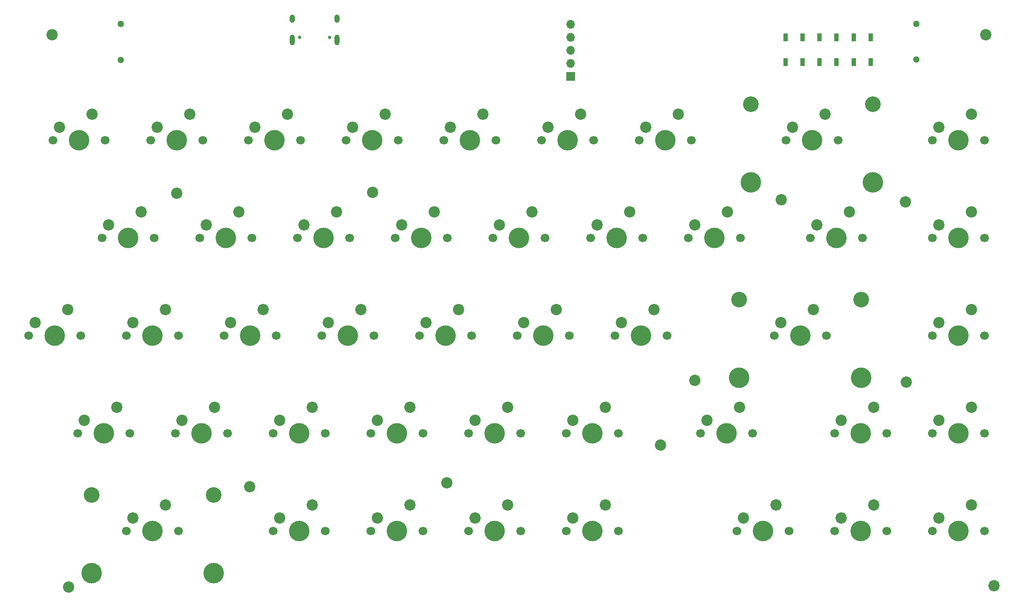
<source format=gbr>
%TF.GenerationSoftware,KiCad,Pcbnew,7.0.9*%
%TF.CreationDate,2024-01-14T20:09:13+01:00*%
%TF.ProjectId,right_pcb,72696768-745f-4706-9362-2e6b69636164,rev?*%
%TF.SameCoordinates,Original*%
%TF.FileFunction,Soldermask,Top*%
%TF.FilePolarity,Negative*%
%FSLAX46Y46*%
G04 Gerber Fmt 4.6, Leading zero omitted, Abs format (unit mm)*
G04 Created by KiCad (PCBNEW 7.0.9) date 2024-01-14 20:09:13*
%MOMM*%
%LPD*%
G01*
G04 APERTURE LIST*
%ADD10R,0.900000X1.500000*%
%ADD11C,1.700000*%
%ADD12C,4.000000*%
%ADD13C,2.200000*%
%ADD14C,3.050000*%
%ADD15R,1.700000X1.700000*%
%ADD16O,1.700000X1.700000*%
%ADD17C,1.300000*%
%ADD18C,0.650000*%
%ADD19O,1.000000X1.600000*%
%ADD20O,1.000000X2.100000*%
G04 APERTURE END LIST*
D10*
%TO.C,LED3*%
X204012800Y-50444400D03*
X207312800Y-50444400D03*
X207312800Y-45544400D03*
X204012800Y-45544400D03*
%TD*%
D11*
%TO.C,SW49*%
X100342500Y-103760000D03*
D12*
X105422500Y-103760000D03*
D11*
X110502500Y-103760000D03*
D13*
X107962500Y-98680000D03*
X101612500Y-101220000D03*
%TD*%
D11*
%TO.C,SW48*%
X114630000Y-84710000D03*
D12*
X119710000Y-84710000D03*
D11*
X124790000Y-84710000D03*
D13*
X122250000Y-79630000D03*
X115900000Y-82170000D03*
%TD*%
D11*
%TO.C,SW55*%
X128917500Y-122810000D03*
D12*
X133997500Y-122810000D03*
D11*
X139077500Y-122810000D03*
D13*
X136537500Y-117730000D03*
X130187500Y-120270000D03*
%TD*%
%TO.C,REF\u002A\u002A*%
X124700000Y-132450000D03*
%TD*%
D11*
%TO.C,SW70*%
X200355000Y-122810000D03*
D12*
X205435000Y-122810000D03*
D11*
X210515000Y-122810000D03*
D13*
X207975000Y-117730000D03*
X201625000Y-120270000D03*
%TD*%
D11*
%TO.C,SW75*%
X219405000Y-122810000D03*
D12*
X224485000Y-122810000D03*
D11*
X229565000Y-122810000D03*
D13*
X227025000Y-117730000D03*
X220675000Y-120270000D03*
%TD*%
D11*
%TO.C,SW54*%
X119392500Y-103760000D03*
D12*
X124472500Y-103760000D03*
D11*
X129552500Y-103760000D03*
D13*
X127012500Y-98680000D03*
X120662500Y-101220000D03*
%TD*%
%TO.C,REF\u002A\u002A*%
X214300000Y-112800000D03*
%TD*%
D11*
%TO.C,SW39*%
X76530000Y-84710000D03*
D12*
X81610000Y-84710000D03*
D11*
X86690000Y-84710000D03*
D13*
X84150000Y-79630000D03*
X77800000Y-82170000D03*
%TD*%
%TO.C,REF\u002A\u002A*%
X47750000Y-45050000D03*
%TD*%
D11*
%TO.C,SW57*%
X143205000Y-65660000D03*
D12*
X148285000Y-65660000D03*
D11*
X153365000Y-65660000D03*
D13*
X150825000Y-60580000D03*
X144475000Y-63120000D03*
%TD*%
D11*
%TO.C,SW74*%
X219405000Y-103760000D03*
D12*
X224485000Y-103760000D03*
D11*
X229565000Y-103760000D03*
D13*
X227025000Y-98680000D03*
X220675000Y-101220000D03*
%TD*%
D11*
%TO.C,SW76*%
X219405000Y-141860000D03*
D12*
X224485000Y-141860000D03*
D11*
X229565000Y-141860000D03*
D13*
X227025000Y-136780000D03*
X220675000Y-139320000D03*
%TD*%
D11*
%TO.C,SW47*%
X105105000Y-65660000D03*
D12*
X110185000Y-65660000D03*
D11*
X115265000Y-65660000D03*
D13*
X112725000Y-60580000D03*
X106375000Y-63120000D03*
%TD*%
D11*
%TO.C,SW62*%
X162255000Y-65660000D03*
D12*
X167335000Y-65660000D03*
D11*
X172415000Y-65660000D03*
D13*
X169875000Y-60580000D03*
X163525000Y-63120000D03*
%TD*%
D11*
%TO.C,SW66*%
X181305000Y-141860000D03*
D12*
X186385000Y-141860000D03*
D11*
X191465000Y-141860000D03*
D13*
X188925000Y-136780000D03*
X182575000Y-139320000D03*
%TD*%
D10*
%TO.C,LED1*%
X190772800Y-50444400D03*
X194072800Y-50444400D03*
X194072800Y-45544400D03*
X190772800Y-45544400D03*
%TD*%
D11*
%TO.C,SW33*%
X47955000Y-65660000D03*
D12*
X53035000Y-65660000D03*
D11*
X58115000Y-65660000D03*
D13*
X55575000Y-60580000D03*
X49225000Y-63120000D03*
%TD*%
D11*
%TO.C,SW50*%
X109867500Y-122810000D03*
D12*
X114947500Y-122810000D03*
D11*
X120027500Y-122810000D03*
D13*
X117487500Y-117730000D03*
X111137500Y-120270000D03*
%TD*%
D11*
%TO.C,SW35*%
X43192500Y-103760000D03*
D12*
X48272500Y-103760000D03*
D11*
X53352500Y-103760000D03*
D13*
X50812500Y-98680000D03*
X44462500Y-101220000D03*
%TD*%
%TO.C,REF\u002A\u002A*%
X166350000Y-125100000D03*
%TD*%
%TO.C,REF\u002A\u002A*%
X86300000Y-133200000D03*
%TD*%
D11*
%TO.C,SW45*%
X90817500Y-122810000D03*
D12*
X95897500Y-122810000D03*
D11*
X100977500Y-122810000D03*
D13*
X98437500Y-117730000D03*
X92087500Y-120270000D03*
%TD*%
D11*
%TO.C,SW73*%
X219405000Y-84710000D03*
D12*
X224485000Y-84710000D03*
D11*
X229565000Y-84710000D03*
D13*
X227025000Y-79630000D03*
X220675000Y-82170000D03*
%TD*%
D11*
%TO.C,SW59*%
X138442500Y-103760000D03*
D12*
X143522500Y-103760000D03*
D11*
X148602500Y-103760000D03*
D13*
X146062500Y-98680000D03*
X139712500Y-101220000D03*
%TD*%
D11*
%TO.C,SW42*%
X86055000Y-65660000D03*
D12*
X91135000Y-65660000D03*
D11*
X96215000Y-65660000D03*
D13*
X93675000Y-60580000D03*
X87325000Y-63120000D03*
%TD*%
D14*
%TO.C,SW69*%
X181703099Y-96760000D03*
D12*
X181703099Y-112000000D03*
D11*
X188523099Y-103760000D03*
D12*
X193603099Y-103760000D03*
D11*
X198683099Y-103760000D03*
D14*
X205503099Y-96760000D03*
D12*
X205503099Y-112000000D03*
D13*
X196143099Y-98680000D03*
X189793099Y-101220000D03*
%TD*%
D11*
%TO.C,SW34*%
X57480000Y-84710000D03*
D12*
X62560000Y-84710000D03*
D11*
X67640000Y-84710000D03*
D13*
X65100000Y-79630000D03*
X58750000Y-82170000D03*
%TD*%
D11*
%TO.C,SW63*%
X171780000Y-84710000D03*
D12*
X176860000Y-84710000D03*
D11*
X181940000Y-84710000D03*
D13*
X179400000Y-79630000D03*
X173050000Y-82170000D03*
%TD*%
D11*
%TO.C,SW58*%
X152730000Y-84710000D03*
D12*
X157810000Y-84710000D03*
D11*
X162890000Y-84710000D03*
D13*
X160350000Y-79630000D03*
X154000000Y-82170000D03*
%TD*%
%TO.C,REF\u002A\u002A*%
X189900000Y-77250000D03*
%TD*%
D11*
%TO.C,SW61*%
X147967500Y-141860000D03*
D12*
X153047500Y-141860000D03*
D11*
X158127500Y-141860000D03*
D13*
X155587500Y-136780000D03*
X149237500Y-139320000D03*
%TD*%
D11*
%TO.C,SW41*%
X71767500Y-122810000D03*
D12*
X76847500Y-122810000D03*
D11*
X81927500Y-122810000D03*
D13*
X79387500Y-117730000D03*
X73037500Y-120270000D03*
%TD*%
D11*
%TO.C,SW43*%
X95580000Y-84710000D03*
D12*
X100660000Y-84710000D03*
D11*
X105740000Y-84710000D03*
D13*
X103200000Y-79630000D03*
X96850000Y-82170000D03*
%TD*%
D15*
%TO.C,J2*%
X148822175Y-53176000D03*
D16*
X148822175Y-50636000D03*
X148822175Y-48096000D03*
X148822175Y-45556000D03*
X148822175Y-43016000D03*
%TD*%
D11*
%TO.C,SW51*%
X109867500Y-141860000D03*
D12*
X114947500Y-141860000D03*
D11*
X120027500Y-141860000D03*
D13*
X117487500Y-136780000D03*
X111137500Y-139320000D03*
%TD*%
%TO.C,REF\u002A\u002A*%
X231400000Y-152550000D03*
%TD*%
D11*
%TO.C,SW64*%
X157492500Y-103760000D03*
D12*
X162572500Y-103760000D03*
D11*
X167652500Y-103760000D03*
D13*
X165112500Y-98680000D03*
X158762500Y-101220000D03*
%TD*%
D14*
%TO.C,SW67*%
X184010000Y-58660000D03*
D12*
X184010000Y-73900000D03*
D11*
X190830000Y-65660000D03*
D12*
X195910000Y-65660000D03*
D11*
X200990000Y-65660000D03*
D14*
X207810000Y-58660000D03*
D12*
X207810000Y-73900000D03*
D13*
X198450000Y-60580000D03*
X192100000Y-63120000D03*
%TD*%
D11*
%TO.C,SW38*%
X67005000Y-65660000D03*
D12*
X72085000Y-65660000D03*
D11*
X77165000Y-65660000D03*
D13*
X74625000Y-60580000D03*
X68275000Y-63120000D03*
%TD*%
%TO.C,REF\u002A\u002A*%
X50950000Y-152750000D03*
%TD*%
D11*
%TO.C,SW60*%
X147967500Y-122810000D03*
D12*
X153047500Y-122810000D03*
D11*
X158127500Y-122810000D03*
D13*
X155587500Y-117730000D03*
X149237500Y-120270000D03*
%TD*%
D14*
%TO.C,SW37*%
X55422500Y-134860000D03*
D12*
X55422500Y-150100000D03*
D11*
X62242500Y-141860000D03*
D12*
X67322500Y-141860000D03*
D11*
X72402500Y-141860000D03*
D14*
X79222500Y-134860000D03*
D12*
X79222500Y-150100000D03*
D13*
X69862500Y-136780000D03*
X63512500Y-139320000D03*
%TD*%
D11*
%TO.C,SW44*%
X81292500Y-103760000D03*
D12*
X86372500Y-103760000D03*
D11*
X91452500Y-103760000D03*
D13*
X88912500Y-98680000D03*
X82562500Y-101220000D03*
%TD*%
D11*
%TO.C,SW36*%
X52717500Y-122810000D03*
D12*
X57797500Y-122810000D03*
D11*
X62877500Y-122810000D03*
D13*
X60337500Y-117730000D03*
X53987500Y-120270000D03*
%TD*%
D11*
%TO.C,SW40*%
X62242500Y-103760000D03*
D12*
X67322500Y-103760000D03*
D11*
X72402500Y-103760000D03*
D13*
X69862500Y-98680000D03*
X63512500Y-101220000D03*
%TD*%
D10*
%TO.C,LED2*%
X197392800Y-50444400D03*
X200692800Y-50444400D03*
X200692800Y-45544400D03*
X197392800Y-45544400D03*
%TD*%
D11*
%TO.C,SW53*%
X133680000Y-84710000D03*
D12*
X138760000Y-84710000D03*
D11*
X143840000Y-84710000D03*
D13*
X141300000Y-79630000D03*
X134950000Y-82170000D03*
%TD*%
D11*
%TO.C,SW52*%
X124155000Y-65660000D03*
D12*
X129235000Y-65660000D03*
D11*
X134315000Y-65660000D03*
D13*
X131775000Y-60580000D03*
X125425000Y-63120000D03*
%TD*%
D11*
%TO.C,SW46*%
X90817500Y-141860000D03*
D12*
X95897500Y-141860000D03*
D11*
X100977500Y-141860000D03*
D13*
X98437500Y-136780000D03*
X92087500Y-139320000D03*
%TD*%
%TO.C,REF\u002A\u002A*%
X214150000Y-77650000D03*
%TD*%
D11*
%TO.C,SW72*%
X219405000Y-65660000D03*
D12*
X224485000Y-65660000D03*
D11*
X229565000Y-65660000D03*
D13*
X227025000Y-60580000D03*
X220675000Y-63120000D03*
%TD*%
%TO.C,REF\u002A\u002A*%
X72050000Y-76000000D03*
%TD*%
%TO.C,REF\u002A\u002A*%
X173050000Y-112450000D03*
%TD*%
D11*
%TO.C,SW68*%
X195593000Y-84710000D03*
D12*
X200673000Y-84710000D03*
D11*
X205753000Y-84710000D03*
D13*
X203213000Y-79630000D03*
X196863000Y-82170000D03*
%TD*%
%TO.C,REF\u002A\u002A*%
X229800000Y-45050000D03*
%TD*%
D11*
%TO.C,SW65*%
X174161500Y-122810000D03*
D12*
X179241500Y-122810000D03*
D11*
X184321500Y-122810000D03*
D13*
X181781500Y-117730000D03*
X175431500Y-120270000D03*
%TD*%
D11*
%TO.C,SW71*%
X200355000Y-141860000D03*
D12*
X205435000Y-141860000D03*
D11*
X210515000Y-141860000D03*
D13*
X207975000Y-136780000D03*
X201625000Y-139320000D03*
%TD*%
D11*
%TO.C,SW56*%
X128917500Y-141860000D03*
D12*
X133997500Y-141860000D03*
D11*
X139077500Y-141860000D03*
D13*
X136537500Y-136780000D03*
X130187500Y-139320000D03*
%TD*%
%TO.C,REF\u002A\u002A*%
X110250000Y-75850000D03*
%TD*%
D17*
%TO.C,J4*%
X216254400Y-49944800D03*
X216254400Y-42944800D03*
%TD*%
%TO.C,J3*%
X61084957Y-49956000D03*
X61084957Y-42956000D03*
%TD*%
D18*
%TO.C,J1*%
X96040925Y-45561450D03*
X101820925Y-45561450D03*
D19*
X94610925Y-41911450D03*
D20*
X94610925Y-46091450D03*
D19*
X103250925Y-41911450D03*
D20*
X103250925Y-46091450D03*
%TD*%
M02*

</source>
